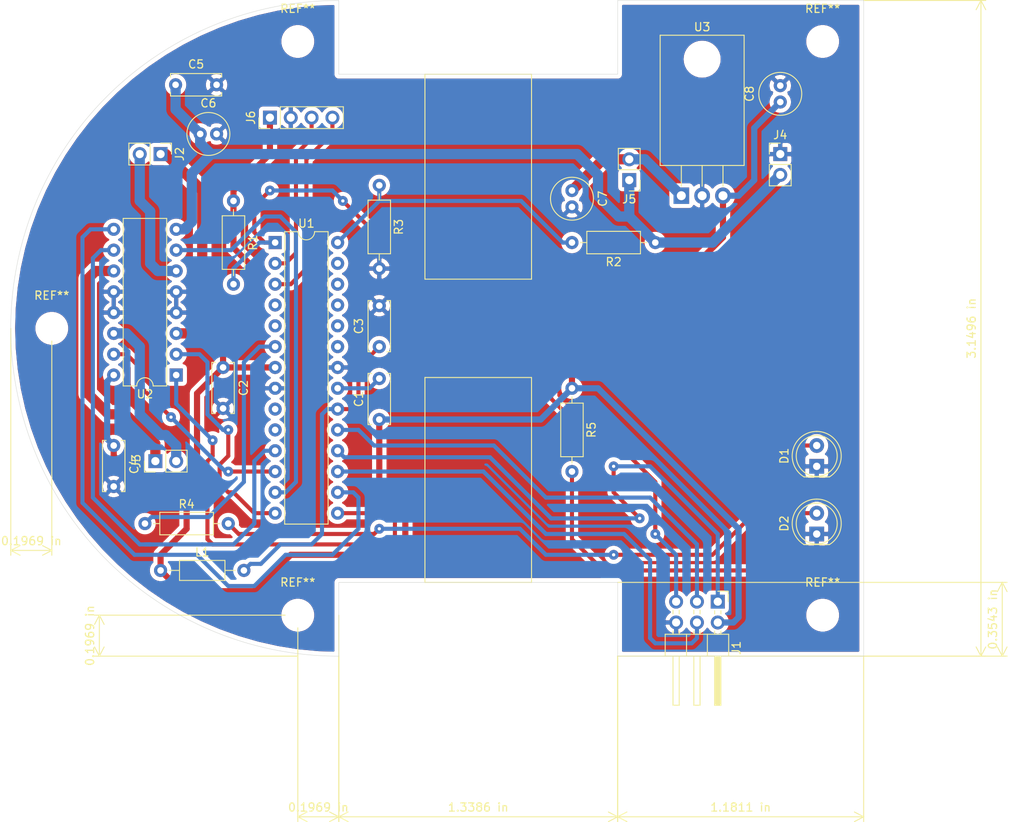
<source format=kicad_pcb>
(kicad_pcb (version 20171130) (host pcbnew 5.1.2-f72e74a~84~ubuntu18.04.1)
  (layers (0 F.Cu signal hide) (31 B.Cu signal hide) (34 B.Paste user) (35 F.Paste user) (36 B.SilkS user) (37 F.SilkS user) (38 B.Mask user) (39 F.Mask user) (44 Edge.Cuts user))
  (net 0 "")
  (net 1 +5V)
  (net 2 "Net-(C1-Pad2)")
  (net 3 GND)
  (net 4 "Net-(C3-Pad1)")
  (net 5 +BATT)
  (net 6 "Net-(C7-Pad1)")
  (net 7 "Net-(D1-Pad2)")
  (net 8 "Net-(D2-Pad2)")
  (net 9 MISO)
  (net 10 SCK)
  (net 11 MOSI)
  (net 12 RST)
  (net 13 "Net-(J2-Pad2)")
  (net 14 "Net-(J2-Pad1)")
  (net 15 "Net-(J3-Pad1)")
  (net 16 "Net-(J3-Pad2)")
  (net 17 RX)
  (net 18 TX)
  (net 19 "Net-(R2-Pad2)")
  (net 20 "Net-(R4-Pad1)")
  (net 21 EN1,2)
  (net 22 EN3,4)
  (net 23 "Net-(U1-Pad4)")
  (net 24 "Net-(U1-Pad5)")
  (net 25 "Net-(U1-Pad9)")
  (net 26 "Net-(U1-Pad10)")
  (net 27 "Net-(U1-Pad24)")
  (net 28 3A)
  (net 29 "Net-(U1-Pad25)")
  (net 30 4A)
  (net 31 "Net-(U1-Pad26)")
  (net 32 2A)
  (net 33 "Net-(U1-Pad27)")
  (net 34 1A)
  (net 35 "Net-(U1-Pad23)")
  (module MountingHole:MountingHole_3mm (layer F.Cu) (at 75 100)
    (fp_text reference REF** (at 0 -4) (layer F.SilkS))
    (fp_text value MountingHole_3mm)
    (pad 1 np_thru_hole circle (at 0 0) (size 3 3) (drill 3) (layers *.Cu *.Mask))
  )
  (module MountingHole:MountingHole_3mm (layer F.Cu) (at 105 135)
    (fp_text reference REF** (at 0 -4) (layer F.SilkS))
    (fp_text value MountingHole_3mm)
    (pad 1 np_thru_hole circle (at 0 0) (size 3 3) (drill 3) (layers *.Cu *.Mask))
  )
  (module MountingHole:MountingHole_3mm (layer F.Cu) (at 105 65)
    (fp_text reference REF** (at 0 -4) (layer F.SilkS))
    (fp_text value MountingHole_3mm)
    (pad 1 np_thru_hole circle (at 0 0) (size 3 3) (drill 3) (layers *.Cu *.Mask))
  )
  (module MountingHole:MountingHole_3mm (layer F.Cu) (at 169 135)
    (fp_text reference REF** (at 0 -4) (layer F.SilkS))
    (fp_text value MountingHole_3mm)
    (pad 1 np_thru_hole circle (at 0 0) (size 3 3) (drill 3) (layers *.Cu *.Mask))
  )
  (module MountingHole:MountingHole_3mm (layer F.Cu) (at 169 65)
    (fp_text reference REF** (at 0 -4) (layer F.SilkS))
    (fp_text value MountingHole_3mm)
    (pad 1 np_thru_hole circle (at 0 0) (size 3 3) (drill 3) (layers *.Cu *.Mask))
  )
  (module Capacitor_THT:C_Disc_D6.0mm_W2.5mm_P5.00mm (layer F.Cu) (at 114.935 111.125 90)
    (fp_text reference C1 (at 2.5 -2.5 90) (layer F.SilkS))
    (fp_text value C)
    (pad 1 thru_hole circle (at 0 0 90) (size 1.6 1.6) (drill 0.8) (layers *.Cu *.Mask) (net 1 +5V))
    (pad 2 thru_hole circle (at 5 0 90) (size 1.6 1.6) (drill 0.8) (layers *.Cu *.Mask) (net 2 "Net-(C1-Pad2)"))
  )
  (module Capacitor_THT:C_Disc_D6.0mm_W2.5mm_P5.00mm (layer F.Cu) (at 95.885 104.775 270)
    (fp_text reference C2 (at 2.5 -2.5 90) (layer F.SilkS))
    (fp_text value C)
    (pad 2 thru_hole circle (at 5 0 270) (size 1.6 1.6) (drill 0.8) (layers *.Cu *.Mask) (net 3 GND))
    (pad 1 thru_hole circle (at 0 0 270) (size 1.6 1.6) (drill 0.8) (layers *.Cu *.Mask) (net 1 +5V))
  )
  (module Capacitor_THT:C_Disc_D6.0mm_W2.5mm_P5.00mm (layer F.Cu) (at 114.935 102.235 90)
    (fp_text reference C3 (at 2.5 -2.5 90) (layer F.SilkS))
    (fp_text value C)
    (pad 1 thru_hole circle (at 0 0 90) (size 1.6 1.6) (drill 0.8) (layers *.Cu *.Mask) (net 4 "Net-(C3-Pad1)"))
    (pad 2 thru_hole circle (at 5 0 90) (size 1.6 1.6) (drill 0.8) (layers *.Cu *.Mask) (net 3 GND))
  )
  (module Capacitor_THT:C_Disc_D6.0mm_W2.5mm_P5.00mm (layer F.Cu) (at 82.55 114.3 270)
    (fp_text reference C4 (at 2.5 -2.5 90) (layer F.SilkS))
    (fp_text value C)
    (pad 2 thru_hole circle (at 5 0 270) (size 1.6 1.6) (drill 0.8) (layers *.Cu *.Mask) (net 3 GND))
    (pad 1 thru_hole circle (at 0 0 270) (size 1.6 1.6) (drill 0.8) (layers *.Cu *.Mask) (net 1 +5V))
  )
  (module Capacitor_THT:C_Disc_D6.0mm_W2.5mm_P5.00mm (layer F.Cu) (at 90.095 70.285)
    (fp_text reference C5 (at 2.5 -2.5) (layer F.SilkS))
    (fp_text value C)
    (pad 1 thru_hole circle (at 0 0) (size 1.6 1.6) (drill 0.8) (layers *.Cu *.Mask) (net 5 +BATT))
    (pad 2 thru_hole circle (at 5 0) (size 1.6 1.6) (drill 0.8) (layers *.Cu *.Mask) (net 3 GND))
  )
  (module Capacitor_THT:C_Radial_D5.0mm_H11.0mm_P2.00mm (layer F.Cu) (at 93.095 76.285)
    (fp_text reference C6 (at 1 -3.75) (layer F.SilkS))
    (fp_text value CP)
    (pad 1 thru_hole circle (at 0 0) (size 1.6 1.6) (drill 0.8) (layers *.Cu *.Mask) (net 5 +BATT))
    (pad 2 thru_hole circle (at 2 0) (size 1.6 1.6) (drill 0.8) (layers *.Cu *.Mask) (net 3 GND))
  )
  (module Capacitor_THT:C_Radial_D5.0mm_H11.0mm_P2.00mm (layer F.Cu) (at 138.43 83.185 270)
    (fp_text reference C7 (at 1 -3.75 90) (layer F.SilkS))
    (fp_text value CP)
    (pad 1 thru_hole circle (at 0 0 270) (size 1.6 1.6) (drill 0.8) (layers *.Cu *.Mask) (net 6 "Net-(C7-Pad1)"))
    (pad 2 thru_hole circle (at 2 0 270) (size 1.6 1.6) (drill 0.8) (layers *.Cu *.Mask) (net 3 GND))
  )
  (module Capacitor_THT:C_Radial_D5.0mm_H11.0mm_P2.00mm (layer F.Cu) (at 163.83 72.39 90)
    (fp_text reference C8 (at 1 -3.75 90) (layer F.SilkS))
    (fp_text value CP)
    (pad 2 thru_hole circle (at 2 0 90) (size 1.6 1.6) (drill 0.8) (layers *.Cu *.Mask) (net 3 GND))
    (pad 1 thru_hole circle (at 0 0 90) (size 1.6 1.6) (drill 0.8) (layers *.Cu *.Mask) (net 1 +5V))
  )
  (module LED_THT:LED_D5.0mm (layer F.Cu) (at 168.275 116.84 90)
    (fp_text reference D1 (at 1.27 -3.96 90) (layer F.SilkS))
    (fp_text value LED)
    (pad 1 thru_hole rect (at 0 0 90) (size 1.8 1.8) (drill 0.9) (layers *.Cu *.Mask) (net 3 GND))
    (pad 2 thru_hole circle (at 2.54 0 90) (size 1.8 1.8) (drill 0.9) (layers *.Cu *.Mask) (net 7 "Net-(D1-Pad2)"))
  )
  (module LED_THT:LED_D5.0mm (layer F.Cu) (at 168.275 125.095 90)
    (fp_text reference D2 (at 1.27 -3.96 90) (layer F.SilkS))
    (fp_text value LED)
    (pad 2 thru_hole circle (at 2.54 0 90) (size 1.8 1.8) (drill 0.9) (layers *.Cu *.Mask) (net 8 "Net-(D2-Pad2)"))
    (pad 1 thru_hole rect (at 0 0 90) (size 1.8 1.8) (drill 0.9) (layers *.Cu *.Mask) (net 3 GND))
  )
  (module Connector_PinHeader_2.54mm:PinHeader_2x03_P2.54mm_Horizontal (layer F.Cu) (at 156.21 133.35 270)
    (fp_text reference J1 (at 5.655 -2.27 90) (layer F.SilkS))
    (fp_text value Conn_02x03_Odd_Even)
    (pad 1 thru_hole rect (at 0 0 270) (size 1.7 1.7) (drill 1) (layers *.Cu *.Mask) (net 9 MISO))
    (pad 2 thru_hole oval (at 2.54 0 270) (size 1.7 1.7) (drill 1) (layers *.Cu *.Mask) (net 1 +5V))
    (pad 3 thru_hole oval (at 0 2.54 270) (size 1.7 1.7) (drill 1) (layers *.Cu *.Mask) (net 10 SCK))
    (pad 4 thru_hole oval (at 2.54 2.54 270) (size 1.7 1.7) (drill 1) (layers *.Cu *.Mask) (net 11 MOSI))
    (pad 5 thru_hole oval (at 0 5.08 270) (size 1.7 1.7) (drill 1) (layers *.Cu *.Mask) (net 12 RST))
    (pad 6 thru_hole oval (at 2.54 5.08 270) (size 1.7 1.7) (drill 1) (layers *.Cu *.Mask) (net 3 GND))
  )
  (module Connector_PinHeader_2.54mm:PinHeader_1x02_P2.54mm_Vertical (layer F.Cu) (at 88.265 78.74 270)
    (fp_text reference J2 (at 0 -2.33 90) (layer F.SilkS))
    (fp_text value Conn_01x02)
    (pad 2 thru_hole oval (at 0 2.54 270) (size 1.7 1.7) (drill 1) (layers *.Cu *.Mask) (net 13 "Net-(J2-Pad2)"))
    (pad 1 thru_hole rect (at 0 0 270) (size 1.7 1.7) (drill 1) (layers *.Cu *.Mask) (net 14 "Net-(J2-Pad1)"))
  )
  (module Connector_PinHeader_2.54mm:PinHeader_1x02_P2.54mm_Vertical (layer F.Cu) (at 87.63 116.205 90)
    (fp_text reference J3 (at 0 -2.33 90) (layer F.SilkS))
    (fp_text value Conn_01x02)
    (pad 1 thru_hole rect (at 0 0 90) (size 1.7 1.7) (drill 1) (layers *.Cu *.Mask) (net 15 "Net-(J3-Pad1)"))
    (pad 2 thru_hole oval (at 0 2.54 90) (size 1.7 1.7) (drill 1) (layers *.Cu *.Mask) (net 16 "Net-(J3-Pad2)"))
  )
  (module Connector_PinHeader_2.54mm:PinHeader_1x02_P2.54mm_Vertical (layer F.Cu) (at 163.83 78.74)
    (fp_text reference J4 (at 0 -2.33) (layer F.SilkS))
    (fp_text value Conn_01x02)
    (pad 1 thru_hole rect (at 0 0) (size 1.7 1.7) (drill 1) (layers *.Cu *.Mask) (net 3 GND))
    (pad 2 thru_hole oval (at 0 2.54) (size 1.7 1.7) (drill 1) (layers *.Cu *.Mask) (net 5 +BATT))
  )
  (module Connector_PinHeader_2.54mm:PinHeader_1x02_P2.54mm_Vertical (layer F.Cu) (at 145.415 81.915 180)
    (fp_text reference J5 (at 0 -2.33) (layer F.SilkS))
    (fp_text value Conn_01x02)
    (pad 2 thru_hole oval (at 0 2.54 180) (size 1.7 1.7) (drill 1) (layers *.Cu *.Mask) (net 6 "Net-(C7-Pad1)"))
    (pad 1 thru_hole rect (at 0 0 180) (size 1.7 1.7) (drill 1) (layers *.Cu *.Mask) (net 5 +BATT))
  )
  (module Connector_PinHeader_2.54mm:PinHeader_1x04_P2.54mm_Vertical (layer F.Cu) (at 101.6 74.295 90)
    (fp_text reference J6 (at 0 -2.33 90) (layer F.SilkS))
    (fp_text value Conn_01x04)
    (pad 1 thru_hole rect (at 0 0 90) (size 1.7 1.7) (drill 1) (layers *.Cu *.Mask) (net 1 +5V))
    (pad 2 thru_hole oval (at 0 2.54 90) (size 1.7 1.7) (drill 1) (layers *.Cu *.Mask) (net 3 GND))
    (pad 3 thru_hole oval (at 0 5.08 90) (size 1.7 1.7) (drill 1) (layers *.Cu *.Mask) (net 17 RX))
    (pad 4 thru_hole oval (at 0 7.62 90) (size 1.7 1.7) (drill 1) (layers *.Cu *.Mask) (net 18 TX))
  )
  (module Inductor_THT:L_Axial_L5.3mm_D2.2mm_P10.16mm_Horizontal_Vishay_IM-1 (layer F.Cu) (at 88.265 129.54)
    (fp_text reference L1 (at 5.08 -2.22) (layer F.SilkS))
    (fp_text value L)
    (pad 1 thru_hole circle (at 0 0) (size 1.6 1.6) (drill 0.8) (layers *.Cu *.Mask) (net 1 +5V))
    (pad 2 thru_hole oval (at 10.16 0) (size 1.6 1.6) (drill 0.8) (layers *.Cu *.Mask) (net 4 "Net-(C3-Pad1)"))
  )
  (module Resistor_THT:R_Axial_DIN0207_L6.3mm_D2.5mm_P10.16mm_Horizontal (layer F.Cu) (at 97.155 84.455 270)
    (fp_text reference R1 (at 5.08 -2.37 90) (layer F.SilkS))
    (fp_text value R)
    (pad 1 thru_hole circle (at 0 0 270) (size 1.6 1.6) (drill 0.8) (layers *.Cu *.Mask) (net 1 +5V))
    (pad 2 thru_hole oval (at 10.16 0 270) (size 1.6 1.6) (drill 0.8) (layers *.Cu *.Mask) (net 12 RST))
  )
  (module Resistor_THT:R_Axial_DIN0207_L6.3mm_D2.5mm_P10.16mm_Horizontal (layer F.Cu) (at 148.59 89.535 180)
    (fp_text reference R2 (at 5.08 -2.37) (layer F.SilkS))
    (fp_text value R)
    (pad 1 thru_hole circle (at 0 0 180) (size 1.6 1.6) (drill 0.8) (layers *.Cu *.Mask) (net 5 +BATT))
    (pad 2 thru_hole oval (at 10.16 0 180) (size 1.6 1.6) (drill 0.8) (layers *.Cu *.Mask) (net 19 "Net-(R2-Pad2)"))
  )
  (module Resistor_THT:R_Axial_DIN0207_L6.3mm_D2.5mm_P10.16mm_Horizontal (layer F.Cu) (at 114.935 82.55 270)
    (fp_text reference R3 (at 5.08 -2.37 90) (layer F.SilkS))
    (fp_text value R)
    (pad 2 thru_hole oval (at 10.16 0 270) (size 1.6 1.6) (drill 0.8) (layers *.Cu *.Mask) (net 3 GND))
    (pad 1 thru_hole circle (at 0 0 270) (size 1.6 1.6) (drill 0.8) (layers *.Cu *.Mask) (net 19 "Net-(R2-Pad2)"))
  )
  (module Resistor_THT:R_Axial_DIN0207_L6.3mm_D2.5mm_P10.16mm_Horizontal (layer F.Cu) (at 86.36 123.825)
    (fp_text reference R4 (at 5.08 -2.37) (layer F.SilkS))
    (fp_text value R)
    (pad 1 thru_hole circle (at 0 0) (size 1.6 1.6) (drill 0.8) (layers *.Cu *.Mask) (net 20 "Net-(R4-Pad1)"))
    (pad 2 thru_hole oval (at 10.16 0) (size 1.6 1.6) (drill 0.8) (layers *.Cu *.Mask) (net 7 "Net-(D1-Pad2)"))
  )
  (module Resistor_THT:R_Axial_DIN0207_L6.3mm_D2.5mm_P10.16mm_Horizontal (layer F.Cu) (at 138.43 107.315 270)
    (fp_text reference R5 (at 5.08 -2.37 90) (layer F.SilkS))
    (fp_text value R)
    (pad 2 thru_hole oval (at 10.16 0 270) (size 1.6 1.6) (drill 0.8) (layers *.Cu *.Mask) (net 8 "Net-(D2-Pad2)"))
    (pad 1 thru_hole circle (at 0 0 270) (size 1.6 1.6) (drill 0.8) (layers *.Cu *.Mask) (net 1 +5V))
  )
  (module Package_DIP:DIP-28_W7.62mm (layer F.Cu) (at 102.235 89.535)
    (fp_text reference U1 (at 3.81 -2.33) (layer F.SilkS))
    (fp_text value ATmega8A-PU)
    (pad 1 thru_hole rect (at 0 0) (size 1.6 1.6) (drill 0.8) (layers *.Cu *.Mask) (net 12 RST))
    (pad 15 thru_hole oval (at 7.62 33.02) (size 1.6 1.6) (drill 0.8) (layers *.Cu *.Mask) (net 21 EN1,2))
    (pad 2 thru_hole oval (at 0 2.54) (size 1.6 1.6) (drill 0.8) (layers *.Cu *.Mask) (net 17 RX))
    (pad 16 thru_hole oval (at 7.62 30.48) (size 1.6 1.6) (drill 0.8) (layers *.Cu *.Mask) (net 22 EN3,4))
    (pad 3 thru_hole oval (at 0 5.08) (size 1.6 1.6) (drill 0.8) (layers *.Cu *.Mask) (net 18 TX))
    (pad 17 thru_hole oval (at 7.62 27.94) (size 1.6 1.6) (drill 0.8) (layers *.Cu *.Mask) (net 11 MOSI))
    (pad 4 thru_hole oval (at 0 7.62) (size 1.6 1.6) (drill 0.8) (layers *.Cu *.Mask) (net 23 "Net-(U1-Pad4)"))
    (pad 18 thru_hole oval (at 7.62 25.4) (size 1.6 1.6) (drill 0.8) (layers *.Cu *.Mask) (net 9 MISO))
    (pad 5 thru_hole oval (at 0 10.16) (size 1.6 1.6) (drill 0.8) (layers *.Cu *.Mask) (net 24 "Net-(U1-Pad5)"))
    (pad 19 thru_hole oval (at 7.62 22.86) (size 1.6 1.6) (drill 0.8) (layers *.Cu *.Mask) (net 10 SCK))
    (pad 6 thru_hole oval (at 0 12.7) (size 1.6 1.6) (drill 0.8) (layers *.Cu *.Mask) (net 20 "Net-(R4-Pad1)"))
    (pad 20 thru_hole oval (at 7.62 20.32) (size 1.6 1.6) (drill 0.8) (layers *.Cu *.Mask) (net 4 "Net-(C3-Pad1)"))
    (pad 7 thru_hole oval (at 0 15.24) (size 1.6 1.6) (drill 0.8) (layers *.Cu *.Mask) (net 1 +5V))
    (pad 21 thru_hole oval (at 7.62 17.78) (size 1.6 1.6) (drill 0.8) (layers *.Cu *.Mask) (net 2 "Net-(C1-Pad2)"))
    (pad 8 thru_hole oval (at 0 17.78) (size 1.6 1.6) (drill 0.8) (layers *.Cu *.Mask) (net 3 GND))
    (pad 22 thru_hole oval (at 7.62 15.24) (size 1.6 1.6) (drill 0.8) (layers *.Cu *.Mask) (net 3 GND))
    (pad 9 thru_hole oval (at 0 20.32) (size 1.6 1.6) (drill 0.8) (layers *.Cu *.Mask) (net 25 "Net-(U1-Pad9)"))
    (pad 23 thru_hole oval (at 7.62 12.7) (size 1.6 1.6) (drill 0.8) (layers *.Cu *.Mask) (net 35 "Net-(U1-Pad23)"))
    (pad 10 thru_hole oval (at 0 22.86) (size 1.6 1.6) (drill 0.8) (layers *.Cu *.Mask) (net 26 "Net-(U1-Pad10)"))
    (pad 24 thru_hole oval (at 7.62 10.16) (size 1.6 1.6) (drill 0.8) (layers *.Cu *.Mask) (net 27 "Net-(U1-Pad24)"))
    (pad 11 thru_hole oval (at 0 25.4) (size 1.6 1.6) (drill 0.8) (layers *.Cu *.Mask) (net 28 3A))
    (pad 25 thru_hole oval (at 7.62 7.62) (size 1.6 1.6) (drill 0.8) (layers *.Cu *.Mask) (net 29 "Net-(U1-Pad25)"))
    (pad 12 thru_hole oval (at 0 27.94) (size 1.6 1.6) (drill 0.8) (layers *.Cu *.Mask) (net 30 4A))
    (pad 26 thru_hole oval (at 7.62 5.08) (size 1.6 1.6) (drill 0.8) (layers *.Cu *.Mask) (net 31 "Net-(U1-Pad26)"))
    (pad 13 thru_hole oval (at 0 30.48) (size 1.6 1.6) (drill 0.8) (layers *.Cu *.Mask) (net 32 2A))
    (pad 27 thru_hole oval (at 7.62 2.54) (size 1.6 1.6) (drill 0.8) (layers *.Cu *.Mask) (net 33 "Net-(U1-Pad27)"))
    (pad 14 thru_hole oval (at 0 33.02) (size 1.6 1.6) (drill 0.8) (layers *.Cu *.Mask) (net 34 1A))
    (pad 28 thru_hole oval (at 7.62 0) (size 1.6 1.6) (drill 0.8) (layers *.Cu *.Mask) (net 19 "Net-(R2-Pad2)"))
  )
  (module Package_DIP:DIP-16_W7.62mm (layer F.Cu) (at 90.17 105.7 180)
    (fp_text reference U2 (at 3.81 -2.33) (layer F.SilkS))
    (fp_text value L293D)
    (pad 1 thru_hole rect (at 0 0 180) (size 1.6 1.6) (drill 0.8) (layers *.Cu *.Mask) (net 21 EN1,2))
    (pad 9 thru_hole oval (at 7.62 17.78 180) (size 1.6 1.6) (drill 0.8) (layers *.Cu *.Mask) (net 22 EN3,4))
    (pad 2 thru_hole oval (at 0 2.54 180) (size 1.6 1.6) (drill 0.8) (layers *.Cu *.Mask) (net 34 1A))
    (pad 10 thru_hole oval (at 7.62 15.24 180) (size 1.6 1.6) (drill 0.8) (layers *.Cu *.Mask) (net 28 3A))
    (pad 3 thru_hole oval (at 0 5.08 180) (size 1.6 1.6) (drill 0.8) (layers *.Cu *.Mask) (net 14 "Net-(J2-Pad1)"))
    (pad 11 thru_hole oval (at 7.62 12.7 180) (size 1.6 1.6) (drill 0.8) (layers *.Cu *.Mask) (net 15 "Net-(J3-Pad1)"))
    (pad 4 thru_hole oval (at 0 7.62 180) (size 1.6 1.6) (drill 0.8) (layers *.Cu *.Mask) (net 3 GND))
    (pad 12 thru_hole oval (at 7.62 10.16 180) (size 1.6 1.6) (drill 0.8) (layers *.Cu *.Mask) (net 3 GND))
    (pad 5 thru_hole oval (at 0 10.16 180) (size 1.6 1.6) (drill 0.8) (layers *.Cu *.Mask) (net 3 GND))
    (pad 13 thru_hole oval (at 7.62 7.62 180) (size 1.6 1.6) (drill 0.8) (layers *.Cu *.Mask) (net 3 GND))
    (pad 6 thru_hole oval (at 0 12.7 180) (size 1.6 1.6) (drill 0.8) (layers *.Cu *.Mask) (net 13 "Net-(J2-Pad2)"))
    (pad 14 thru_hole oval (at 7.62 5.08 180) (size 1.6 1.6) (drill 0.8) (layers *.Cu *.Mask) (net 16 "Net-(J3-Pad2)"))
    (pad 7 thru_hole oval (at 0 15.24 180) (size 1.6 1.6) (drill 0.8) (layers *.Cu *.Mask) (net 32 2A))
    (pad 15 thru_hole oval (at 7.62 2.54 180) (size 1.6 1.6) (drill 0.8) (layers *.Cu *.Mask) (net 30 4A))
    (pad 8 thru_hole oval (at 0 17.78 180) (size 1.6 1.6) (drill 0.8) (layers *.Cu *.Mask) (net 5 +BATT))
    (pad 16 thru_hole oval (at 7.62 0 180) (size 1.6 1.6) (drill 0.8) (layers *.Cu *.Mask) (net 1 +5V))
  )
  (module Package_TO_SOT_THT:TO-220-3_Horizontal_TabDown (layer F.Cu) (at 151.765 83.82)
    (fp_text reference U3 (at 2.54 -20.58) (layer F.SilkS))
    (fp_text value L7805)
    (pad "" np_thru_hole oval (at 2.54 -16.66) (size 3.5 3.5) (drill 3.5) (layers *.Cu *.Mask))
    (pad 1 thru_hole rect (at 0 0) (size 1.905 2) (drill 1.1) (layers *.Cu *.Mask) (net 6 "Net-(C7-Pad1)"))
    (pad 2 thru_hole oval (at 2.54 0) (size 1.905 2) (drill 1.1) (layers *.Cu *.Mask) (net 3 GND))
    (pad 3 thru_hole oval (at 5.08 0) (size 1.905 2) (drill 1.1) (layers *.Cu *.Mask) (net 1 +5V))
  )
  (dimension 5 (width 0.12) (layer F.SilkS) (gr_text "5,000 mm" (at 72.5 128.37) (layer F.SilkS) (effects (font (size 1 1) (thickness 0.15)))) (feature1 (pts (xy 70 100) (xy 70 127.686421))) (feature2 (pts (xy 75 100) (xy 75 127.686421))) (crossbar (pts (xy 75 127.1) (xy 70 127.1))) (arrow1a (pts (xy 70 127.1) (xy 71.126504 126.513579))) (arrow1b (pts (xy 70 127.1) (xy 71.126504 127.686421))) (arrow2a (pts (xy 75 127.1) (xy 73.873496 126.513579))) (arrow2b (pts (xy 75 127.1) (xy 73.873496 127.686421))))
  (dimension 5 (width 0.12) (layer F.SilkS) (gr_text "5,000 mm" (at 79.53 137.5 270) (layer F.SilkS) (effects (font (size 1 1) (thickness 0.15)))) (feature1 (pts (xy 105 140) (xy 80.213579 140))) (feature2 (pts (xy 105 135) (xy 80.213579 135))) (crossbar (pts (xy 80.8 135) (xy 80.8 140))) (arrow1a (pts (xy 80.8 140) (xy 80.213579 138.873496))) (arrow1b (pts (xy 80.8 140) (xy 81.386421 138.873496))) (arrow2a (pts (xy 80.8 135) (xy 80.213579 136.126504))) (arrow2b (pts (xy 80.8 135) (xy 81.386421 136.126504))))
  (dimension 5 (width 0.12) (layer F.SilkS) (gr_text "5,000 mm" (at 107.5 160.87) (layer F.SilkS) (effects (font (size 1 1) (thickness 0.15)))) (feature1 (pts (xy 110 135) (xy 110 160.186421))) (feature2 (pts (xy 105 135) (xy 105 160.186421))) (crossbar (pts (xy 105 159.6) (xy 110 159.6))) (arrow1a (pts (xy 110 159.6) (xy 108.873496 160.186421))) (arrow1b (pts (xy 110 159.6) (xy 108.873496 159.013579))) (arrow2a (pts (xy 105 159.6) (xy 106.126504 160.186421))) (arrow2b (pts (xy 105 159.6) (xy 106.126504 159.013579))))
  (dimension 80 (width 0.12) (layer F.SilkS) (gr_text "80,000 mm" (at 189.57 100 90) (layer F.SilkS) (effects (font (size 1 1) (thickness 0.15)))) (feature1 (pts (xy 174 60) (xy 188.886421 60))) (feature2 (pts (xy 174 140) (xy 188.886421 140))) (crossbar (pts (xy 188.3 140) (xy 188.3 60))) (arrow1a (pts (xy 188.3 60) (xy 188.886421 61.126504))) (arrow1b (pts (xy 188.3 60) (xy 187.713579 61.126504))) (arrow2a (pts (xy 188.3 140) (xy 188.886421 138.873496))) (arrow2b (pts (xy 188.3 140) (xy 187.713579 138.873496))))
  (dimension 9 (width 0.12) (layer F.SilkS) (gr_text "9,000 mm" (at 192.17 135.5 90) (layer F.SilkS) (effects (font (size 1 1) (thickness 0.15)))) (feature1 (pts (xy 144 131) (xy 191.486421 131))) (feature2 (pts (xy 144 140) (xy 191.486421 140))) (crossbar (pts (xy 190.9 140) (xy 190.9 131))) (arrow1a (pts (xy 190.9 131) (xy 191.486421 132.126504))) (arrow1b (pts (xy 190.9 131) (xy 190.313579 132.126504))) (arrow2a (pts (xy 190.9 140) (xy 191.486421 138.873496))) (arrow2b (pts (xy 190.9 140) (xy 190.313579 138.873496))))
  (dimension 30 (width 0.12) (layer F.SilkS) (gr_text "30,000 mm" (at 159 160.87) (layer F.SilkS) (effects (font (size 1 1) (thickness 0.15)))) (feature1 (pts (xy 174 140) (xy 174 160.186421))) (feature2 (pts (xy 144 140) (xy 144 160.186421))) (crossbar (pts (xy 144 159.6) (xy 174 159.6))) (arrow1a (pts (xy 174 159.6) (xy 172.873496 160.186421))) (arrow1b (pts (xy 174 159.6) (xy 172.873496 159.013579))) (arrow2a (pts (xy 144 159.6) (xy 145.126504 160.186421))) (arrow2b (pts (xy 144 159.6) (xy 145.126504 159.013579))))
  (dimension 34 (width 0.12) (layer F.SilkS) (gr_text "34,000 mm" (at 127 160.87) (layer F.SilkS) (effects (font (size 1 1) (thickness 0.15)))) (feature1 (pts (xy 144 140) (xy 144 160.186421))) (feature2 (pts (xy 110 140) (xy 110 160.186421))) (crossbar (pts (xy 110 159.6) (xy 144 159.6))) (arrow1a (pts (xy 144 159.6) (xy 142.873496 160.186421))) (arrow1b (pts (xy 144 159.6) (xy 142.873496 159.013579))) (arrow2a (pts (xy 110 159.6) (xy 111.126504 160.186421))) (arrow2b (pts (xy 110 159.6) (xy 111.126504 159.013579))))
  (gr_arc (start 110 100.001999) (end 110 60) (angle -180) (layer Edge.Cuts) (width 0.05))
  (gr_line (start 110 69) (end 110 60) (layer Edge.Cuts) (width 0.05))
  (gr_line (start 144 69) (end 110 69) (layer Edge.Cuts) (width 0.05))
  (gr_line (start 144 60) (end 144 69) (layer Edge.Cuts) (width 0.05))
  (gr_line (start 174 60) (end 144 60) (layer Edge.Cuts) (width 0.05))
  (gr_line (start 110 131) (end 110 140) (layer Edge.Cuts) (width 0.05))
  (gr_line (start 144 131) (end 110 131) (layer Edge.Cuts) (width 0.05))
  (gr_line (start 144 140) (end 144 131) (layer Edge.Cuts) (width 0.05))
  (gr_line (start 174 140) (end 144 140) (layer Edge.Cuts) (width 0.05))
  (gr_line (start 174 60) (end 174 140) (layer Edge.Cuts) (width 0.05))
  (gr_line (start 120.5 94) (end 120.5 69) (layer F.SilkS) (width 0.12))
  (gr_line (start 133.5 94) (end 120.5 94) (layer F.SilkS) (width 0.12))
  (gr_line (start 133.5 69) (end 133.5 94) (layer F.SilkS) (width 0.12))
  (gr_line (start 120.5 69) (end 133.5 69) (layer F.SilkS) (width 0.12))
  (gr_line (start 120.5 131) (end 120.5 106) (layer F.SilkS) (width 0.12))
  (gr_line (start 133.5 131) (end 120.5 131) (layer F.SilkS) (width 0.12))
  (gr_line (start 133.5 106) (end 133.5 131) (layer F.SilkS) (width 0.12))
  (gr_line (start 120.5 106) (end 133.5 106) (layer F.SilkS) (width 0.12))
  (segment (start 163.83 72.39) (end 160.655 75.565) (width 0.75) (layer B.Cu) (net 1))
  (segment (start 160.655 75.565) (end 160.655 81.915) (width 0.75) (layer B.Cu) (net 1))
  (segment (start 158.75 83.82) (end 156.845 83.82) (width 0.75) (layer B.Cu) (net 1))
  (segment (start 160.655 81.915) (end 158.75 83.82) (width 0.75) (layer B.Cu) (net 1))
  (segment (start 101.6 78.74) (end 101.6 74.295) (width 0.75) (layer F.Cu) (net 1))
  (segment (start 95.885 104.775) (end 102.235 104.775) (width 0.75) (layer F.Cu) (net 1))
  (segment (start 82.55 114.3) (end 82.55 115.57) (width 0.75) (layer F.Cu) (net 1))
  (segment (start 82.55 115.57) (end 86.36 119.38) (width 0.75) (layer F.Cu) (net 1))
  (segment (start 86.36 119.38) (end 91.44 119.38) (width 0.75) (layer F.Cu) (net 1))
  (segment (start 91.44 119.38) (end 92.71 118.11) (width 0.75) (layer F.Cu) (net 1))
  (segment (start 92.71 107.95) (end 95.885 104.775) (width 0.75) (layer F.Cu) (net 1))
  (segment (start 92.71 118.11) (end 92.71 107.95) (width 0.75) (layer F.Cu) (net 1))
  (segment (start 134.62 111.125) (end 138.43 107.315) (width 0.75) (layer B.Cu) (net 1))
  (segment (start 114.935 111.125) (end 134.62 111.125) (width 0.75) (layer B.Cu) (net 1))
  (segment (start 138.43 102.2825) (end 148.6375 92.075) (width 0.75) (layer F.Cu) (net 1))
  (segment (start 138.43 107.315) (end 138.43 102.2825) (width 0.75) (layer F.Cu) (net 1))
  (segment (start 148.6375 92.075) (end 153.67 92.075) (width 0.75) (layer F.Cu) (net 1))
  (segment (start 156.845 88.9) (end 156.845 83.82) (width 0.75) (layer F.Cu) (net 1))
  (segment (start 153.67 92.075) (end 156.845 88.9) (width 0.75) (layer F.Cu) (net 1))
  (segment (start 156.21 135.89) (end 158.115 135.89) (width 0.75) (layer B.Cu) (net 1))
  (segment (start 158.115 135.89) (end 158.75 135.255) (width 0.75) (layer B.Cu) (net 1))
  (segment (start 158.75 135.255) (end 158.75 124.46) (width 0.75) (layer B.Cu) (net 1))
  (segment (start 141.605 107.315) (end 138.43 107.315) (width 0.75) (layer B.Cu) (net 1))
  (segment (start 158.75 124.46) (end 141.605 107.315) (width 0.75) (layer B.Cu) (net 1))
  (segment (start 88.265 129.54) (end 88.265 127.635) (width 0.75) (layer F.Cu) (net 1))
  (segment (start 91.44 124.46) (end 91.44 119.38) (width 0.75) (layer F.Cu) (net 1))
  (segment (start 88.265 127.635) (end 91.44 124.46) (width 0.75) (layer F.Cu) (net 1))
  (segment (start 95.885 104.775) (end 95.885 99.695) (width 0.75) (layer F.Cu) (net 1))
  (segment (start 95.885 99.695) (end 99.695 95.885) (width 0.75) (layer F.Cu) (net 1))
  (segment (start 99.695 95.885) (end 99.695 92.71) (width 0.75) (layer F.Cu) (net 1))
  (segment (start 97.155 90.17) (end 97.155 84.455) (width 0.75) (layer F.Cu) (net 1))
  (segment (start 99.695 92.71) (end 97.155 90.17) (width 0.75) (layer F.Cu) (net 1))
  (segment (start 97.155 83.185) (end 101.6 78.74) (width 0.75) (layer F.Cu) (net 1))
  (segment (start 97.155 84.455) (end 97.155 83.185) (width 0.75) (layer F.Cu) (net 1))
  (segment (start 81.750001 113.500001) (end 82.55 114.3) (width 0.75) (layer B.Cu) (net 1))
  (segment (start 81.750001 106.499999) (end 81.750001 113.500001) (width 0.75) (layer B.Cu) (net 1))
  (segment (start 82.55 105.7) (end 81.750001 106.499999) (width 0.75) (layer B.Cu) (net 1))
  (segment (start 114.935 119.38) (end 114.935 111.125) (width 0.75) (layer F.Cu) (net 1))
  (segment (start 118.11 122.555) (end 114.935 119.38) (width 0.75) (layer F.Cu) (net 1))
  (segment (start 90.805 132.08) (end 99.695 132.08) (width 0.75) (layer F.Cu) (net 1))
  (segment (start 99.695 132.08) (end 104.14 127.635) (width 0.75) (layer F.Cu) (net 1))
  (segment (start 88.265 129.54) (end 90.805 132.08) (width 0.75) (layer F.Cu) (net 1))
  (segment (start 116.84 127.635) (end 118.11 126.365) (width 0.75) (layer F.Cu) (net 1))
  (segment (start 104.14 127.635) (end 116.84 127.635) (width 0.75) (layer F.Cu) (net 1))
  (segment (start 118.11 126.365) (end 118.11 122.555) (width 0.75) (layer F.Cu) (net 1))
  (segment (start 113.745 107.315) (end 114.935 106.125) (width 0.5) (layer B.Cu) (net 2))
  (segment (start 109.855 107.315) (end 113.745 107.315) (width 0.5) (layer B.Cu) (net 2))
  (segment (start 111.76 109.855) (end 109.855 109.855) (width 0.5) (layer F.Cu) (net 4))
  (segment (start 112.395 109.22) (end 111.76 109.855) (width 0.5) (layer F.Cu) (net 4))
  (segment (start 114.935 102.235) (end 112.395 104.775) (width 0.5) (layer F.Cu) (net 4))
  (segment (start 112.395 104.775) (end 112.395 109.22) (width 0.5) (layer F.Cu) (net 4))
  (segment (start 99.224999 128.740001) (end 100.494999 128.740001) (width 0.5) (layer B.Cu) (net 4))
  (segment (start 98.425 129.54) (end 99.224999 128.740001) (width 0.5) (layer B.Cu) (net 4))
  (segment (start 100.494999 128.740001) (end 102.87 126.365) (width 0.5) (layer B.Cu) (net 4))
  (segment (start 102.87 126.365) (end 106.68 126.365) (width 0.5) (layer B.Cu) (net 4))
  (segment (start 106.68 126.365) (end 107.95 125.095) (width 0.5) (layer B.Cu) (net 4))
  (segment (start 107.95 125.095) (end 107.95 110.49) (width 0.5) (layer B.Cu) (net 4))
  (segment (start 108.585 109.855) (end 109.855 109.855) (width 0.5) (layer B.Cu) (net 4))
  (segment (start 107.95 110.49) (end 108.585 109.855) (width 0.5) (layer B.Cu) (net 4))
  (segment (start 155.575 89.535) (end 148.59 89.535) (width 1.25) (layer B.Cu) (net 5))
  (segment (start 163.83 81.28) (end 155.575 89.535) (width 1.25) (layer B.Cu) (net 5))
  (segment (start 145.415 86.36) (end 148.59 89.535) (width 1.25) (layer B.Cu) (net 5))
  (segment (start 145.415 81.915) (end 145.415 86.36) (width 1.25) (layer B.Cu) (net 5))
  (segment (start 93.095 77.41637) (end 93.095 76.285) (width 1.25) (layer B.Cu) (net 5))
  (segment (start 144.145 86.36) (end 141.605 83.82) (width 1.25) (layer B.Cu) (net 5))
  (segment (start 145.415 86.36) (end 144.145 86.36) (width 1.25) (layer B.Cu) (net 5))
  (segment (start 141.605 81.28) (end 139.065 78.74) (width 1.25) (layer B.Cu) (net 5))
  (segment (start 141.605 83.82) (end 141.605 81.28) (width 1.25) (layer B.Cu) (net 5))
  (segment (start 139.065 78.74) (end 94.41863 78.74) (width 1.25) (layer B.Cu) (net 5))
  (segment (start 94.41863 78.74) (end 93.095 77.41637) (width 1.25) (layer B.Cu) (net 5))
  (segment (start 90.095 73.285) (end 93.095 76.285) (width 1.25) (layer B.Cu) (net 5))
  (segment (start 90.095 70.285) (end 90.095 73.285) (width 1.25) (layer B.Cu) (net 5))
  (segment (start 91.44 87.78137) (end 91.30137 87.92) (width 1.25) (layer B.Cu) (net 5))
  (segment (start 91.44 87.63) (end 91.44 87.78137) (width 1.25) (layer B.Cu) (net 5))
  (segment (start 92.075 86.995) (end 91.44 87.63) (width 1.25) (layer B.Cu) (net 5))
  (segment (start 92.075 81.08363) (end 92.075 86.995) (width 1.25) (layer B.Cu) (net 5))
  (segment (start 91.30137 87.92) (end 90.17 87.92) (width 1.25) (layer B.Cu) (net 5))
  (segment (start 94.41863 78.74) (end 92.075 81.08363) (width 1.25) (layer B.Cu) (net 5))
  (segment (start 151.765 83.82) (end 151.765 83.8675) (width 0.5) (layer B.Cu) (net 6))
  (segment (start 147.32 79.375) (end 145.415 79.375) (width 1.25) (layer B.Cu) (net 6))
  (segment (start 151.765 83.82) (end 147.32 79.375) (width 1.25) (layer B.Cu) (net 6))
  (segment (start 142.24 79.375) (end 138.43 83.185) (width 1.25) (layer F.Cu) (net 6))
  (segment (start 145.415 79.375) (end 142.24 79.375) (width 1.25) (layer F.Cu) (net 6))
  (segment (start 96.52 123.825) (end 97.79 125.095) (width 0.5) (layer F.Cu) (net 7))
  (segment (start 97.79 125.095) (end 114.3 125.095) (width 0.5) (layer F.Cu) (net 7))
  (segment (start 114.3 125.095) (end 114.935 124.46) (width 0.5) (layer F.Cu) (net 7))
  (segment (start 114.935 124.46) (end 114.935 124.46) (width 0.5) (layer F.Cu) (net 7))
  (via (at 114.935 124.46) (size 1.2) (drill 0.4) (layers F.Cu B.Cu) (net 7))
  (segment (start 114.935 124.46) (end 132.08 124.46) (width 0.5) (layer B.Cu) (net 7))
  (segment (start 132.08 124.46) (end 135.255 127.635) (width 0.5) (layer B.Cu) (net 7))
  (segment (start 135.255 127.635) (end 143.51 127.635) (width 0.5) (layer B.Cu) (net 7))
  (segment (start 143.51 127.635) (end 143.51 127.635) (width 0.5) (layer B.Cu) (net 7))
  (via (at 143.51 127.635) (size 1.2) (drill 0.4) (layers F.Cu B.Cu) (net 7))
  (segment (start 143.51 127.635) (end 155.575 127.635) (width 0.5) (layer F.Cu) (net 7))
  (segment (start 155.575 127.635) (end 163.83 119.38) (width 0.5) (layer F.Cu) (net 7))
  (segment (start 163.83 119.38) (end 163.83 115.57) (width 0.5) (layer F.Cu) (net 7))
  (segment (start 163.83 115.57) (end 165.1 114.3) (width 0.5) (layer F.Cu) (net 7))
  (segment (start 165.1 114.3) (end 168.275 114.3) (width 0.5) (layer F.Cu) (net 7))
  (segment (start 142.24 129.54) (end 161.29 129.54) (width 0.5) (layer F.Cu) (net 8))
  (segment (start 138.43 117.475) (end 138.43 125.73) (width 0.5) (layer F.Cu) (net 8))
  (segment (start 161.29 129.54) (end 164.465 126.365) (width 0.5) (layer F.Cu) (net 8))
  (segment (start 138.43 125.73) (end 142.24 129.54) (width 0.5) (layer F.Cu) (net 8))
  (segment (start 164.465 126.365) (end 164.465 123.19) (width 0.5) (layer F.Cu) (net 8))
  (segment (start 165.1 122.555) (end 168.275 122.555) (width 0.5) (layer F.Cu) (net 8))
  (segment (start 164.465 123.19) (end 165.1 122.555) (width 0.5) (layer F.Cu) (net 8))
  (segment (start 156.21 133.35) (end 156.21 132) (width 0.5) (layer B.Cu) (net 9))
  (segment (start 156.21 132) (end 156.21 127) (width 0.5) (layer B.Cu) (net 9))
  (segment (start 156.21 127) (end 156.21 125.095) (width 0.5) (layer B.Cu) (net 9))
  (segment (start 156.21 125.095) (end 147.955 116.84) (width 0.5) (layer B.Cu) (net 9))
  (segment (start 147.955 116.84) (end 143.51 116.84) (width 0.5) (layer B.Cu) (net 9))
  (segment (start 110.654999 115.734999) (end 128.434999 115.734999) (width 0.5) (layer B.Cu) (net 9))
  (segment (start 109.855 114.935) (end 110.654999 115.734999) (width 0.5) (layer B.Cu) (net 9))
  (segment (start 128.434999 115.734999) (end 135.89 123.19) (width 0.5) (layer B.Cu) (net 9))
  (segment (start 135.89 123.19) (end 146.685 123.19) (width 0.5) (layer B.Cu) (net 9))
  (segment (start 143.51 116.84) (end 143.51 116.84) (width 0.5) (layer B.Cu) (net 9))
  (via (at 143.51 116.84) (size 1.2) (drill 0.4) (layers F.Cu B.Cu) (net 9))
  (segment (start 146.685 123.19) (end 146.685 123.19) (width 0.5) (layer B.Cu) (net 9))
  (via (at 146.685 123.19) (size 1.2) (drill 0.4) (layers F.Cu B.Cu) (net 9))
  (segment (start 143.51 120.015) (end 146.685 123.19) (width 0.5) (layer F.Cu) (net 9))
  (segment (start 143.51 116.84) (end 143.51 120.015) (width 0.5) (layer F.Cu) (net 9))
  (segment (start 109.855 112.395) (end 112.395 112.395) (width 0.5) (layer B.Cu) (net 10))
  (segment (start 112.395 112.395) (end 114.3 114.3) (width 0.5) (layer B.Cu) (net 10))
  (segment (start 114.3 114.3) (end 128.905 114.3) (width 0.5) (layer B.Cu) (net 10))
  (segment (start 128.905 114.3) (end 135.255 120.65) (width 0.5) (layer B.Cu) (net 10))
  (segment (start 135.255 120.65) (end 147.955 120.65) (width 0.5) (layer B.Cu) (net 10))
  (segment (start 153.67 126.365) (end 153.67 133.35) (width 0.5) (layer B.Cu) (net 10))
  (segment (start 147.955 120.65) (end 153.67 126.365) (width 0.5) (layer B.Cu) (net 10))
  (segment (start 135.255 125.095) (end 127.635 117.475) (width 0.5) (layer B.Cu) (net 11))
  (segment (start 144.78 125.095) (end 135.255 125.095) (width 0.5) (layer B.Cu) (net 11))
  (segment (start 153.67 137.795) (end 153.035 138.43) (width 0.5) (layer B.Cu) (net 11))
  (segment (start 153.67 135.89) (end 153.67 137.795) (width 0.5) (layer B.Cu) (net 11))
  (segment (start 153.035 138.43) (end 148.59 138.43) (width 0.5) (layer B.Cu) (net 11))
  (segment (start 148.59 138.43) (end 147.955 137.795) (width 0.5) (layer B.Cu) (net 11))
  (segment (start 147.955 137.795) (end 147.955 128.27) (width 0.5) (layer B.Cu) (net 11))
  (segment (start 127.635 117.475) (end 109.855 117.475) (width 0.5) (layer B.Cu) (net 11))
  (segment (start 147.955 128.27) (end 144.78 125.095) (width 0.5) (layer B.Cu) (net 11))
  (segment (start 97.155 94.585) (end 97.155 94.615) (width 0.5) (layer B.Cu) (net 12))
  (segment (start 100.935 89.535) (end 99.695 88.295) (width 0.5) (layer F.Cu) (net 12))
  (segment (start 102.235 89.535) (end 100.935 89.535) (width 0.5) (layer F.Cu) (net 12))
  (segment (start 99.695 88.295) (end 99.695 85.09) (width 0.5) (layer F.Cu) (net 12))
  (segment (start 99.695 85.09) (end 101.6 83.185) (width 0.5) (layer F.Cu) (net 12))
  (segment (start 101.6 83.185) (end 101.6 83.185) (width 0.5) (layer F.Cu) (net 12))
  (via (at 101.6 83.185) (size 1.2) (drill 0.4) (layers F.Cu B.Cu) (net 12))
  (segment (start 101.6 83.185) (end 109.22 83.185) (width 0.5) (layer B.Cu) (net 12))
  (segment (start 109.22 83.185) (end 110.49 84.455) (width 0.5) (layer B.Cu) (net 12))
  (segment (start 110.49 84.455) (end 110.49 84.455) (width 0.5) (layer B.Cu) (net 12))
  (via (at 110.49 84.455) (size 1.2) (drill 0.4) (layers F.Cu B.Cu) (net 12))
  (segment (start 151.13 133.35) (end 151.13 127.635) (width 0.5) (layer B.Cu) (net 12))
  (segment (start 151.13 127.635) (end 148.59 125.095) (width 0.5) (layer B.Cu) (net 12))
  (segment (start 148.59 125.095) (end 148.59 125.095) (width 0.5) (layer B.Cu) (net 12))
  (via (at 148.59 125.095) (size 1.2) (drill 0.4) (layers F.Cu B.Cu) (net 12))
  (segment (start 148.59 124.246472) (end 148.59 125.095) (width 0.5) (layer F.Cu) (net 12))
  (segment (start 148.59 118.745) (end 148.59 124.246472) (width 0.5) (layer F.Cu) (net 12))
  (segment (start 142.24 114.935) (end 144.78 114.935) (width 0.5) (layer F.Cu) (net 12))
  (segment (start 135.89 108.585) (end 142.24 114.935) (width 0.5) (layer F.Cu) (net 12))
  (segment (start 110.49 84.455) (end 118.11 92.075) (width 0.5) (layer F.Cu) (net 12))
  (segment (start 144.78 114.935) (end 148.59 118.745) (width 0.5) (layer F.Cu) (net 12))
  (segment (start 118.11 92.075) (end 118.11 95.25) (width 0.5) (layer F.Cu) (net 12))
  (segment (start 118.11 95.25) (end 120.015 97.155) (width 0.5) (layer F.Cu) (net 12))
  (segment (start 133.985 97.155) (end 135.89 99.06) (width 0.5) (layer F.Cu) (net 12))
  (segment (start 120.015 97.155) (end 133.985 97.155) (width 0.5) (layer F.Cu) (net 12))
  (segment (start 135.89 99.06) (end 135.89 108.585) (width 0.5) (layer F.Cu) (net 12))
  (segment (start 97.155 92.71) (end 97.155 94.615) (width 0.5) (layer B.Cu) (net 12))
  (segment (start 102.235 89.535) (end 100.33 89.535) (width 0.5) (layer B.Cu) (net 12))
  (segment (start 100.33 89.535) (end 97.155 92.71) (width 0.5) (layer B.Cu) (net 12))
  (segment (start 85.725 78.74) (end 85.725 84.455) (width 1.25) (layer B.Cu) (net 13))
  (segment (start 85.725 84.455) (end 86.995 85.725) (width 1.25) (layer B.Cu) (net 13))
  (segment (start 86.995 85.725) (end 86.995 92.075) (width 1.25) (layer B.Cu) (net 13))
  (segment (start 87.92 93) (end 90.17 93) (width 1.25) (layer B.Cu) (net 13))
  (segment (start 86.995 92.075) (end 87.92 93) (width 1.25) (layer B.Cu) (net 13))
  (segment (start 93.345 83.185) (end 93.345 99.06) (width 1.25) (layer F.Cu) (net 14))
  (segment (start 91.785 100.62) (end 90.17 100.62) (width 1.25) (layer F.Cu) (net 14))
  (segment (start 93.345 99.06) (end 91.785 100.62) (width 1.25) (layer F.Cu) (net 14))
  (segment (start 88.265 78.74) (end 88.9 78.74) (width 1.25) (layer F.Cu) (net 14))
  (segment (start 88.9 78.74) (end 93.345 83.185) (width 1.25) (layer F.Cu) (net 14))
  (segment (start 80.355 93) (end 82.55 93) (width 1.25) (layer F.Cu) (net 15))
  (segment (start 87.63 114.105) (end 84.015 110.49) (width 1.25) (layer F.Cu) (net 15))
  (segment (start 87.63 116.205) (end 87.63 114.105) (width 1.25) (layer F.Cu) (net 15))
  (segment (start 84.015 110.49) (end 81.915 110.49) (width 1.25) (layer F.Cu) (net 15))
  (segment (start 81.915 110.49) (end 79.375 107.95) (width 1.25) (layer F.Cu) (net 15))
  (segment (start 79.375 107.95) (end 79.375 93.98) (width 1.25) (layer F.Cu) (net 15))
  (segment (start 79.375 93.98) (end 80.355 93) (width 1.25) (layer F.Cu) (net 15))
  (segment (start 84.11 100.62) (end 82.55 100.62) (width 1.25) (layer B.Cu) (net 16))
  (segment (start 90.17 116.205) (end 90.17 114.3) (width 1.25) (layer B.Cu) (net 16))
  (segment (start 88.265 113.03) (end 85.725 110.49) (width 1.25) (layer B.Cu) (net 16))
  (segment (start 88.9 113.03) (end 88.265 113.03) (width 1.25) (layer B.Cu) (net 16))
  (segment (start 85.725 110.49) (end 85.725 102.235) (width 1.25) (layer B.Cu) (net 16))
  (segment (start 90.17 114.3) (end 88.9 113.03) (width 1.25) (layer B.Cu) (net 16))
  (segment (start 85.725 102.235) (end 84.11 100.62) (width 1.25) (layer B.Cu) (net 16))
  (segment (start 103.505 92.075) (end 102.235 92.075) (width 0.5) (layer F.Cu) (net 17))
  (segment (start 104.775 90.805) (end 103.505 92.075) (width 0.5) (layer F.Cu) (net 17))
  (segment (start 104.775 78.74) (end 104.775 90.805) (width 0.5) (layer F.Cu) (net 17))
  (segment (start 106.68 74.295) (end 106.68 76.835) (width 0.5) (layer F.Cu) (net 17))
  (segment (start 106.68 76.835) (end 104.775 78.74) (width 0.5) (layer F.Cu) (net 17))
  (segment (start 106.045 92.71) (end 104.14 94.615) (width 0.5) (layer F.Cu) (net 18))
  (segment (start 106.045 79.375) (end 106.045 92.71) (width 0.5) (layer F.Cu) (net 18))
  (segment (start 104.14 94.615) (end 102.235 94.615) (width 0.5) (layer F.Cu) (net 18))
  (segment (start 109.22 74.295) (end 109.22 76.2) (width 0.5) (layer F.Cu) (net 18))
  (segment (start 109.22 76.2) (end 106.045 79.375) (width 0.5) (layer F.Cu) (net 18))
  (segment (start 114.935 84.455) (end 109.855 89.535) (width 0.5) (layer B.Cu) (net 19))
  (segment (start 114.935 82.55) (end 114.935 84.455) (width 0.5) (layer B.Cu) (net 19))
  (segment (start 132.21863 84.455) (end 114.935 84.455) (width 0.5) (layer B.Cu) (net 19))
  (segment (start 137.29863 89.535) (end 132.21863 84.455) (width 0.5) (layer B.Cu) (net 19))
  (segment (start 138.43 89.535) (end 137.29863 89.535) (width 0.5) (layer B.Cu) (net 19))
  (segment (start 87.159999 123.025001) (end 94.144999 123.025001) (width 0.5) (layer B.Cu) (net 20))
  (segment (start 86.36 123.825) (end 87.159999 123.025001) (width 0.5) (layer B.Cu) (net 20))
  (segment (start 94.144999 123.025001) (end 98.425 118.745) (width 0.5) (layer B.Cu) (net 20))
  (segment (start 98.425 118.745) (end 98.425 104.14) (width 0.5) (layer B.Cu) (net 20))
  (segment (start 100.33 102.235) (end 102.235 102.235) (width 0.5) (layer B.Cu) (net 20))
  (segment (start 98.425 104.14) (end 100.33 102.235) (width 0.5) (layer B.Cu) (net 20))
  (segment (start 94.615 113.665) (end 94.615 113.665) (width 0.5) (layer B.Cu) (net 21))
  (via (at 94.615 113.665) (size 1.2) (drill 0.4) (layers F.Cu B.Cu) (net 21))
  (segment (start 90.17 109.22) (end 90.17 105.7) (width 0.5) (layer B.Cu) (net 21))
  (segment (start 94.615 113.665) (end 90.17 109.22) (width 0.5) (layer B.Cu) (net 21))
  (segment (start 111.125 122.555) (end 109.855 122.555) (width 0.5) (layer F.Cu) (net 21))
  (segment (start 116.84 125.73) (end 116.84 123.19) (width 0.5) (layer F.Cu) (net 21))
  (segment (start 116.84 123.19) (end 116.205 122.555) (width 0.5) (layer F.Cu) (net 21))
  (segment (start 94.615 115.57) (end 93.98 116.205) (width 0.5) (layer F.Cu) (net 21))
  (segment (start 94.615 113.665) (end 94.615 115.57) (width 0.5) (layer F.Cu) (net 21))
  (segment (start 93.98 116.205) (end 93.98 125.73) (width 0.5) (layer F.Cu) (net 21))
  (segment (start 116.205 122.555) (end 111.125 122.555) (width 0.5) (layer F.Cu) (net 21))
  (segment (start 116.205 126.365) (end 116.84 125.73) (width 0.5) (layer F.Cu) (net 21))
  (segment (start 93.98 125.73) (end 94.615 126.365) (width 0.5) (layer F.Cu) (net 21))
  (segment (start 94.615 126.365) (end 116.205 126.365) (width 0.5) (layer F.Cu) (net 21))
  (segment (start 78.74 88.9) (end 79.72 87.92) (width 0.5) (layer B.Cu) (net 22))
  (segment (start 92.71 127.635) (end 85.09 127.635) (width 0.5) (layer B.Cu) (net 22))
  (segment (start 85.09 127.635) (end 78.74 121.285) (width 0.5) (layer B.Cu) (net 22))
  (segment (start 96.52 131.445) (end 92.71 127.635) (width 0.5) (layer B.Cu) (net 22))
  (segment (start 99.695 131.445) (end 96.52 131.445) (width 0.5) (layer B.Cu) (net 22))
  (segment (start 79.72 87.92) (end 80.935 87.92) (width 0.5) (layer B.Cu) (net 22))
  (segment (start 103.505 127.635) (end 99.695 131.445) (width 0.5) (layer B.Cu) (net 22))
  (segment (start 109.22 127.635) (end 103.505 127.635) (width 0.5) (layer B.Cu) (net 22))
  (segment (start 78.74 121.285) (end 78.74 88.9) (width 0.5) (layer B.Cu) (net 22))
  (segment (start 80.355 87.92) (end 80.935 87.92) (width 0.5) (layer B.Cu) (net 22))
  (segment (start 111.76 120.015) (end 112.395 120.65) (width 0.5) (layer B.Cu) (net 22))
  (segment (start 109.855 120.015) (end 111.76 120.015) (width 0.5) (layer B.Cu) (net 22))
  (segment (start 80.935 87.92) (end 82.55 87.92) (width 0.5) (layer B.Cu) (net 22))
  (segment (start 112.395 120.65) (end 112.395 124.46) (width 0.5) (layer B.Cu) (net 22))
  (segment (start 112.395 124.46) (end 109.22 127.635) (width 0.5) (layer B.Cu) (net 22))
  (segment (start 97.155 126.365) (end 99.695 123.825) (width 0.5) (layer B.Cu) (net 28))
  (segment (start 99.695 123.825) (end 99.695 116.205) (width 0.5) (layer B.Cu) (net 28))
  (segment (start 100.965 114.935) (end 102.235 114.935) (width 0.5) (layer B.Cu) (net 28))
  (segment (start 99.695 116.205) (end 100.965 114.935) (width 0.5) (layer B.Cu) (net 28))
  (segment (start 97.155 126.365) (end 93.345 126.365) (width 0.5) (layer B.Cu) (net 28))
  (segment (start 86.995 126.365) (end 86.36 126.365) (width 0.5) (layer B.Cu) (net 28))
  (segment (start 93.345 126.365) (end 86.995 126.365) (width 0.5) (layer B.Cu) (net 28))
  (segment (start 80.99 90.46) (end 82.55 90.46) (width 0.5) (layer B.Cu) (net 28))
  (segment (start 80.01 91.44) (end 80.99 90.46) (width 0.5) (layer B.Cu) (net 28))
  (segment (start 86.995 126.365) (end 85.725 126.365) (width 0.5) (layer B.Cu) (net 28))
  (segment (start 80.01 120.65) (end 80.01 91.44) (width 0.5) (layer B.Cu) (net 28))
  (segment (start 85.725 126.365) (end 80.01 120.65) (width 0.5) (layer B.Cu) (net 28))
  (segment (start 89.535 110.83363) (end 89.535 110.83363) (width 0.5) (layer F.Cu) (net 30))
  (via (at 89.535 110.83363) (size 1.2) (drill 0.4) (layers F.Cu B.Cu) (net 30))
  (segment (start 96.52 117.475) (end 96.52 117.475) (width 0.5) (layer B.Cu) (net 30))
  (via (at 96.52 117.475) (size 1.2) (drill 0.4) (layers F.Cu B.Cu) (net 30))
  (segment (start 96.52 117.18363) (end 96.52 117.475) (width 0.5) (layer B.Cu) (net 30))
  (segment (start 96.17637 117.475) (end 96.52 117.475) (width 0.5) (layer B.Cu) (net 30))
  (segment (start 89.535 110.83363) (end 96.17637 117.475) (width 0.5) (layer B.Cu) (net 30))
  (segment (start 89.535 110.83363) (end 85.38137 106.68) (width 0.5) (layer F.Cu) (net 30))
  (segment (start 85.38137 106.68) (end 85.38137 104.43137) (width 0.5) (layer F.Cu) (net 30))
  (segment (start 84.11 103.16) (end 82.55 103.16) (width 0.5) (layer F.Cu) (net 30))
  (segment (start 85.38137 104.43137) (end 84.11 103.16) (width 0.5) (layer F.Cu) (net 30))
  (segment (start 96.52 117.475) (end 102.235 117.475) (width 0.5) (layer F.Cu) (net 30))
  (segment (start 103.505 120.015) (end 102.235 120.015) (width 0.5) (layer B.Cu) (net 32))
  (segment (start 96.865 90.46) (end 100.965 86.36) (width 0.5) (layer B.Cu) (net 32))
  (segment (start 100.965 86.36) (end 102.87 86.36) (width 0.5) (layer B.Cu) (net 32))
  (segment (start 90.17 90.46) (end 96.865 90.46) (width 0.5) (layer B.Cu) (net 32))
  (segment (start 102.87 86.36) (end 104.775 88.265) (width 0.5) (layer B.Cu) (net 32))
  (segment (start 104.775 88.265) (end 104.775 118.745) (width 0.5) (layer B.Cu) (net 32))
  (segment (start 104.775 118.745) (end 103.505 120.015) (width 0.5) (layer B.Cu) (net 32))
  (segment (start 96.52 112.395) (end 96.52 112.395) (width 0.5) (layer B.Cu) (net 34))
  (via (at 96.52 112.395) (size 1.2) (drill 0.4) (layers F.Cu B.Cu) (net 34))
  (segment (start 97.155 120.015) (end 99.695 122.555) (width 0.5) (layer F.Cu) (net 34))
  (segment (start 99.695 122.555) (end 102.235 122.555) (width 0.5) (layer F.Cu) (net 34))
  (segment (start 97.155 120.015) (end 96.52 120.015) (width 0.5) (layer F.Cu) (net 34))
  (segment (start 96.52 120.015) (end 95.469999 118.964999) (width 0.5) (layer F.Cu) (net 34))
  (segment (start 95.469999 118.964999) (end 95.469999 116.620001) (width 0.5) (layer F.Cu) (net 34))
  (segment (start 95.469999 116.620001) (end 96.52 115.57) (width 0.5) (layer F.Cu) (net 34))
  (segment (start 96.52 115.57) (end 96.52 112.395) (width 0.5) (layer F.Cu) (net 34))
  (segment (start 93.98 104.14) (end 93 103.16) (width 0.5) (layer B.Cu) (net 34))
  (segment (start 93.98 110.49) (end 93.98 104.14) (width 0.5) (layer B.Cu) (net 34))
  (segment (start 93 103.16) (end 90.17 103.16) (width 0.5) (layer B.Cu) (net 34))
  (segment (start 96.52 112.395) (end 95.885 112.395) (width 0.5) (layer B.Cu) (net 34))
  (segment (start 95.885 112.395) (end 93.98 110.49) (width 0.5) (layer B.Cu) (net 34))
  (zone (net 3) (net_name GND) (layer F.Cu) (connect_pads (clearance 0.508)) (min_thickness 0.254) (fill yes (arc_segments 32) (thermal_gap 0.508) (thermal_bridge_width 0.508))
    (polygon (pts (xy 174 60) (xy 70 60) (xy 70 140) (xy 174 140)))
  )
  (zone (net 3) (net_name GND) (layer B.Cu) (connect_pads (clearance 0.508)) (min_thickness 0.254) (fill yes (arc_segments 32) (thermal_gap 0.508) (thermal_bridge_width 0.508))
    (polygon (pts (xy 174 60) (xy 70 60) (xy 70 140) (xy 174 140)))
  )
)
</source>
